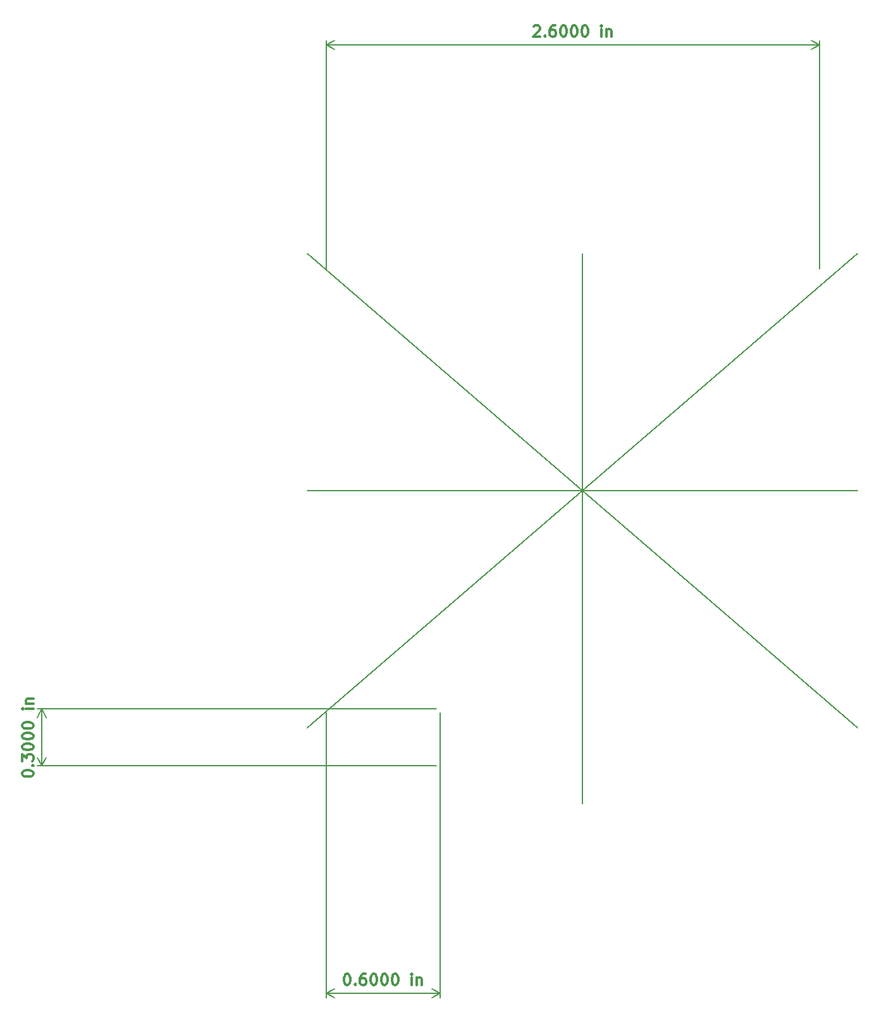
<source format=gbr>
%TF.GenerationSoftware,KiCad,Pcbnew,6.0.2+dfsg-1*%
%TF.CreationDate,2022-12-28T13:01:40+01:00*%
%TF.ProjectId,RobotMotorController,526f626f-744d-46f7-946f-72436f6e7472,rev?*%
%TF.SameCoordinates,Original*%
%TF.FileFunction,Other,Comment*%
%FSLAX46Y46*%
G04 Gerber Fmt 4.6, Leading zero omitted, Abs format (unit mm)*
G04 Created by KiCad (PCBNEW 6.0.2+dfsg-1) date 2022-12-28 13:01:40*
%MOMM*%
%LPD*%
G01*
G04 APERTURE LIST*
%ADD10C,0.150000*%
%ADD11C,0.300000*%
%ADD12C,0.200000*%
G04 APERTURE END LIST*
D10*
X34290000Y2540000D02*
X34290000Y-71120000D01*
X-2540000Y-29210000D02*
X34290000Y-29210000D01*
X34290000Y-29210000D02*
X71120000Y-29210000D01*
X71120000Y2540000D02*
X-2540000Y-60960000D01*
X-2540000Y2540000D02*
X71120000Y-60960000D01*
D11*
X27770000Y32958572D02*
X27841428Y33030000D01*
X27984285Y33101429D01*
X28341428Y33101429D01*
X28484285Y33030000D01*
X28555714Y32958572D01*
X28627142Y32815715D01*
X28627142Y32672858D01*
X28555714Y32458572D01*
X27698571Y31601429D01*
X28627142Y31601429D01*
X29270000Y31744286D02*
X29341428Y31672858D01*
X29270000Y31601429D01*
X29198571Y31672858D01*
X29270000Y31744286D01*
X29270000Y31601429D01*
X30627142Y33101429D02*
X30341428Y33101429D01*
X30198571Y33030000D01*
X30127142Y32958572D01*
X29984285Y32744286D01*
X29912857Y32458572D01*
X29912857Y31887143D01*
X29984285Y31744286D01*
X30055714Y31672858D01*
X30198571Y31601429D01*
X30484285Y31601429D01*
X30627142Y31672858D01*
X30698571Y31744286D01*
X30770000Y31887143D01*
X30770000Y32244286D01*
X30698571Y32387143D01*
X30627142Y32458572D01*
X30484285Y32530000D01*
X30198571Y32530000D01*
X30055714Y32458572D01*
X29984285Y32387143D01*
X29912857Y32244286D01*
X31698571Y33101429D02*
X31841428Y33101429D01*
X31984285Y33030000D01*
X32055714Y32958572D01*
X32127142Y32815715D01*
X32198571Y32530000D01*
X32198571Y32172858D01*
X32127142Y31887143D01*
X32055714Y31744286D01*
X31984285Y31672858D01*
X31841428Y31601429D01*
X31698571Y31601429D01*
X31555714Y31672858D01*
X31484285Y31744286D01*
X31412857Y31887143D01*
X31341428Y32172858D01*
X31341428Y32530000D01*
X31412857Y32815715D01*
X31484285Y32958572D01*
X31555714Y33030000D01*
X31698571Y33101429D01*
X33127142Y33101429D02*
X33270000Y33101429D01*
X33412857Y33030000D01*
X33484285Y32958572D01*
X33555714Y32815715D01*
X33627142Y32530000D01*
X33627142Y32172858D01*
X33555714Y31887143D01*
X33484285Y31744286D01*
X33412857Y31672858D01*
X33270000Y31601429D01*
X33127142Y31601429D01*
X32984285Y31672858D01*
X32912857Y31744286D01*
X32841428Y31887143D01*
X32770000Y32172858D01*
X32770000Y32530000D01*
X32841428Y32815715D01*
X32912857Y32958572D01*
X32984285Y33030000D01*
X33127142Y33101429D01*
X34555714Y33101429D02*
X34698571Y33101429D01*
X34841428Y33030000D01*
X34912857Y32958572D01*
X34984285Y32815715D01*
X35055714Y32530000D01*
X35055714Y32172858D01*
X34984285Y31887143D01*
X34912857Y31744286D01*
X34841428Y31672858D01*
X34698571Y31601429D01*
X34555714Y31601429D01*
X34412857Y31672858D01*
X34341428Y31744286D01*
X34270000Y31887143D01*
X34198571Y32172858D01*
X34198571Y32530000D01*
X34270000Y32815715D01*
X34341428Y32958572D01*
X34412857Y33030000D01*
X34555714Y33101429D01*
X36841428Y31601429D02*
X36841428Y32601429D01*
X36841428Y33101429D02*
X36770000Y33030000D01*
X36841428Y32958572D01*
X36912857Y33030000D01*
X36841428Y33101429D01*
X36841428Y32958572D01*
X37555714Y32601429D02*
X37555714Y31601429D01*
X37555714Y32458572D02*
X37627142Y32530000D01*
X37770000Y32601429D01*
X37984285Y32601429D01*
X38127142Y32530000D01*
X38198571Y32387143D01*
X38198571Y31601429D01*
D12*
X0Y500000D02*
X0Y31066420D01*
X66040000Y500000D02*
X66040000Y31066420D01*
X0Y30480000D02*
X66040000Y30480000D01*
X0Y30480000D02*
X66040000Y30480000D01*
X0Y30480000D02*
X1126504Y29893579D01*
X0Y30480000D02*
X1126504Y31066421D01*
X66040000Y30480000D02*
X64913496Y31066421D01*
X66040000Y30480000D02*
X64913496Y29893579D01*
D11*
X-40721429Y-67122857D02*
X-40721429Y-66980000D01*
X-40650000Y-66837142D01*
X-40578572Y-66765714D01*
X-40435715Y-66694285D01*
X-40150000Y-66622857D01*
X-39792858Y-66622857D01*
X-39507143Y-66694285D01*
X-39364286Y-66765714D01*
X-39292858Y-66837142D01*
X-39221429Y-66980000D01*
X-39221429Y-67122857D01*
X-39292858Y-67265714D01*
X-39364286Y-67337142D01*
X-39507143Y-67408571D01*
X-39792858Y-67480000D01*
X-40150000Y-67480000D01*
X-40435715Y-67408571D01*
X-40578572Y-67337142D01*
X-40650000Y-67265714D01*
X-40721429Y-67122857D01*
X-39364286Y-65980000D02*
X-39292858Y-65908571D01*
X-39221429Y-65980000D01*
X-39292858Y-66051428D01*
X-39364286Y-65980000D01*
X-39221429Y-65980000D01*
X-40721429Y-65408571D02*
X-40721429Y-64480000D01*
X-40150000Y-64980000D01*
X-40150000Y-64765714D01*
X-40078572Y-64622857D01*
X-40007143Y-64551428D01*
X-39864286Y-64480000D01*
X-39507143Y-64480000D01*
X-39364286Y-64551428D01*
X-39292858Y-64622857D01*
X-39221429Y-64765714D01*
X-39221429Y-65194285D01*
X-39292858Y-65337142D01*
X-39364286Y-65408571D01*
X-40721429Y-63551428D02*
X-40721429Y-63408571D01*
X-40650000Y-63265714D01*
X-40578572Y-63194285D01*
X-40435715Y-63122857D01*
X-40150000Y-63051428D01*
X-39792858Y-63051428D01*
X-39507143Y-63122857D01*
X-39364286Y-63194285D01*
X-39292858Y-63265714D01*
X-39221429Y-63408571D01*
X-39221429Y-63551428D01*
X-39292858Y-63694285D01*
X-39364286Y-63765714D01*
X-39507143Y-63837142D01*
X-39792858Y-63908571D01*
X-40150000Y-63908571D01*
X-40435715Y-63837142D01*
X-40578572Y-63765714D01*
X-40650000Y-63694285D01*
X-40721429Y-63551428D01*
X-40721429Y-62122857D02*
X-40721429Y-61980000D01*
X-40650000Y-61837142D01*
X-40578572Y-61765714D01*
X-40435715Y-61694285D01*
X-40150000Y-61622857D01*
X-39792858Y-61622857D01*
X-39507143Y-61694285D01*
X-39364286Y-61765714D01*
X-39292858Y-61837142D01*
X-39221429Y-61980000D01*
X-39221429Y-62122857D01*
X-39292858Y-62265714D01*
X-39364286Y-62337142D01*
X-39507143Y-62408571D01*
X-39792858Y-62480000D01*
X-40150000Y-62480000D01*
X-40435715Y-62408571D01*
X-40578572Y-62337142D01*
X-40650000Y-62265714D01*
X-40721429Y-62122857D01*
X-40721429Y-60694285D02*
X-40721429Y-60551428D01*
X-40650000Y-60408571D01*
X-40578572Y-60337142D01*
X-40435715Y-60265714D01*
X-40150000Y-60194285D01*
X-39792858Y-60194285D01*
X-39507143Y-60265714D01*
X-39364286Y-60337142D01*
X-39292858Y-60408571D01*
X-39221429Y-60551428D01*
X-39221429Y-60694285D01*
X-39292858Y-60837142D01*
X-39364286Y-60908571D01*
X-39507143Y-60980000D01*
X-39792858Y-61051428D01*
X-40150000Y-61051428D01*
X-40435715Y-60980000D01*
X-40578572Y-60908571D01*
X-40650000Y-60837142D01*
X-40721429Y-60694285D01*
X-39221429Y-58408571D02*
X-40221429Y-58408571D01*
X-40721429Y-58408571D02*
X-40650000Y-58480000D01*
X-40578572Y-58408571D01*
X-40650000Y-58337142D01*
X-40721429Y-58408571D01*
X-40578572Y-58408571D01*
X-40221429Y-57694285D02*
X-39221429Y-57694285D01*
X-40078572Y-57694285D02*
X-40150000Y-57622857D01*
X-40221429Y-57480000D01*
X-40221429Y-57265714D01*
X-40150000Y-57122857D01*
X-40007143Y-57051428D01*
X-39221429Y-57051428D01*
D12*
X14740000Y-66040000D02*
X-38686420Y-66040000D01*
X14740000Y-58420000D02*
X-38686420Y-58420000D01*
X-38100000Y-66040000D02*
X-38100000Y-58420000D01*
X-38100000Y-66040000D02*
X-38100000Y-58420000D01*
X-38100000Y-66040000D02*
X-37513579Y-64913496D01*
X-38100000Y-66040000D02*
X-38686421Y-64913496D01*
X-38100000Y-58420000D02*
X-38686421Y-59546504D01*
X-38100000Y-58420000D02*
X-37513579Y-59546504D01*
D11*
X2727142Y-93898571D02*
X2870000Y-93898571D01*
X3012857Y-93970000D01*
X3084285Y-94041428D01*
X3155714Y-94184285D01*
X3227142Y-94470000D01*
X3227142Y-94827142D01*
X3155714Y-95112857D01*
X3084285Y-95255714D01*
X3012857Y-95327142D01*
X2870000Y-95398571D01*
X2727142Y-95398571D01*
X2584285Y-95327142D01*
X2512857Y-95255714D01*
X2441428Y-95112857D01*
X2370000Y-94827142D01*
X2370000Y-94470000D01*
X2441428Y-94184285D01*
X2512857Y-94041428D01*
X2584285Y-93970000D01*
X2727142Y-93898571D01*
X3870000Y-95255714D02*
X3941428Y-95327142D01*
X3870000Y-95398571D01*
X3798571Y-95327142D01*
X3870000Y-95255714D01*
X3870000Y-95398571D01*
X5227142Y-93898571D02*
X4941428Y-93898571D01*
X4798571Y-93970000D01*
X4727142Y-94041428D01*
X4584285Y-94255714D01*
X4512857Y-94541428D01*
X4512857Y-95112857D01*
X4584285Y-95255714D01*
X4655714Y-95327142D01*
X4798571Y-95398571D01*
X5084285Y-95398571D01*
X5227142Y-95327142D01*
X5298571Y-95255714D01*
X5370000Y-95112857D01*
X5370000Y-94755714D01*
X5298571Y-94612857D01*
X5227142Y-94541428D01*
X5084285Y-94470000D01*
X4798571Y-94470000D01*
X4655714Y-94541428D01*
X4584285Y-94612857D01*
X4512857Y-94755714D01*
X6298571Y-93898571D02*
X6441428Y-93898571D01*
X6584285Y-93970000D01*
X6655714Y-94041428D01*
X6727142Y-94184285D01*
X6798571Y-94470000D01*
X6798571Y-94827142D01*
X6727142Y-95112857D01*
X6655714Y-95255714D01*
X6584285Y-95327142D01*
X6441428Y-95398571D01*
X6298571Y-95398571D01*
X6155714Y-95327142D01*
X6084285Y-95255714D01*
X6012857Y-95112857D01*
X5941428Y-94827142D01*
X5941428Y-94470000D01*
X6012857Y-94184285D01*
X6084285Y-94041428D01*
X6155714Y-93970000D01*
X6298571Y-93898571D01*
X7727142Y-93898571D02*
X7870000Y-93898571D01*
X8012857Y-93970000D01*
X8084285Y-94041428D01*
X8155714Y-94184285D01*
X8227142Y-94470000D01*
X8227142Y-94827142D01*
X8155714Y-95112857D01*
X8084285Y-95255714D01*
X8012857Y-95327142D01*
X7870000Y-95398571D01*
X7727142Y-95398571D01*
X7584285Y-95327142D01*
X7512857Y-95255714D01*
X7441428Y-95112857D01*
X7370000Y-94827142D01*
X7370000Y-94470000D01*
X7441428Y-94184285D01*
X7512857Y-94041428D01*
X7584285Y-93970000D01*
X7727142Y-93898571D01*
X9155714Y-93898571D02*
X9298571Y-93898571D01*
X9441428Y-93970000D01*
X9512857Y-94041428D01*
X9584285Y-94184285D01*
X9655714Y-94470000D01*
X9655714Y-94827142D01*
X9584285Y-95112857D01*
X9512857Y-95255714D01*
X9441428Y-95327142D01*
X9298571Y-95398571D01*
X9155714Y-95398571D01*
X9012857Y-95327142D01*
X8941428Y-95255714D01*
X8870000Y-95112857D01*
X8798571Y-94827142D01*
X8798571Y-94470000D01*
X8870000Y-94184285D01*
X8941428Y-94041428D01*
X9012857Y-93970000D01*
X9155714Y-93898571D01*
X11441428Y-95398571D02*
X11441428Y-94398571D01*
X11441428Y-93898571D02*
X11370000Y-93970000D01*
X11441428Y-94041428D01*
X11512857Y-93970000D01*
X11441428Y-93898571D01*
X11441428Y-94041428D01*
X12155714Y-94398571D02*
X12155714Y-95398571D01*
X12155714Y-94541428D02*
X12227142Y-94470000D01*
X12370000Y-94398571D01*
X12584285Y-94398571D01*
X12727142Y-94470000D01*
X12798571Y-94612857D01*
X12798571Y-95398571D01*
D12*
X0Y-58920000D02*
X0Y-97106420D01*
X15240000Y-58920000D02*
X15240000Y-97106420D01*
X0Y-96520000D02*
X15240000Y-96520000D01*
X0Y-96520000D02*
X15240000Y-96520000D01*
X0Y-96520000D02*
X1126504Y-97106421D01*
X0Y-96520000D02*
X1126504Y-95933579D01*
X15240000Y-96520000D02*
X14113496Y-95933579D01*
X15240000Y-96520000D02*
X14113496Y-97106421D01*
M02*

</source>
